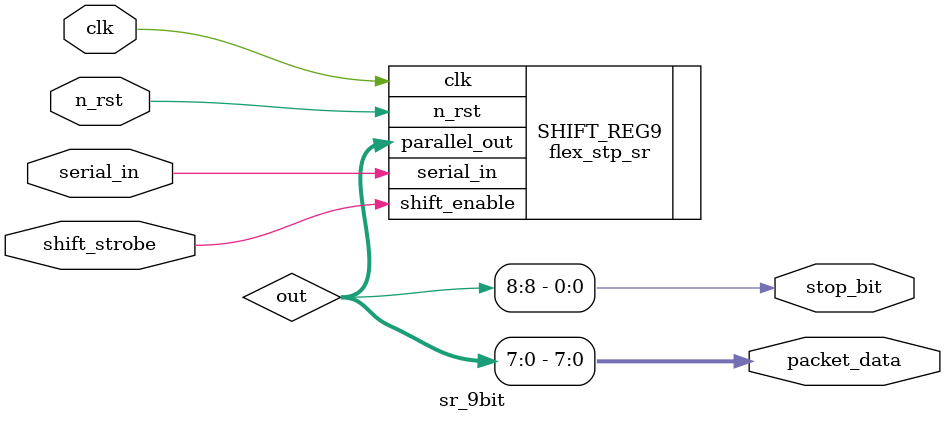
<source format=sv>

module sr_9bit 
(
	input wire clk, n_rst, shift_strobe, serial_in,
	output wire [7:0] packet_data,
	output wire stop_bit
);

	wire [8:0] out;

	flex_stp_sr #(.NUM_BITS(9), .SHIFT_MSB(0)) SHIFT_REG9
	(
		.clk(clk),
		.n_rst(n_rst),
		.shift_enable(shift_strobe),
		.serial_in(serial_in),
		.parallel_out(out)
	);

	assign stop_bit = out[8];
	assign packet_data = out[7:0];


endmodule

</source>
